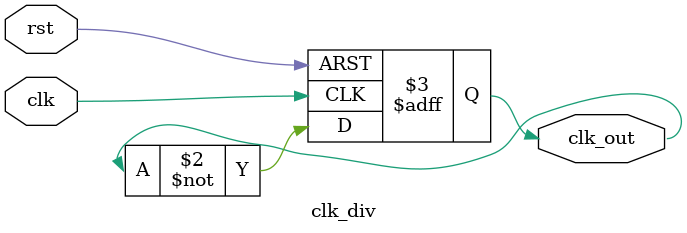
<source format=v>
`timescale 1ns / 1ps
module clk_div(
    input clk,
    input rst,
    output reg clk_out
    );
    
    always@(posedge clk or posedge rst)
        if(rst)
            clk_out <= 1'b0;
        else 
            clk_out <= ~clk_out;
endmodule

</source>
